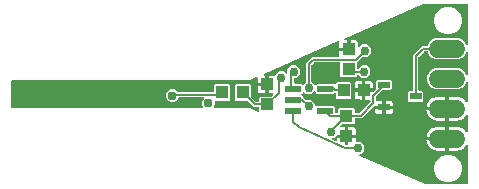
<source format=gbr>
G04 EAGLE Gerber RS-274X export*
G75*
%MOMM*%
%FSLAX34Y34*%
%LPD*%
%AMOC8*
5,1,8,0,0,1.08239X$1,22.5*%
G01*
%ADD10R,1.000000X0.600000*%
%ADD11R,1.320800X0.558800*%
%ADD12R,1.000000X1.100000*%
%ADD13R,1.100000X1.000000*%
%ADD14R,1.080000X1.050000*%
%ADD15C,1.524000*%
%ADD16R,1.050000X1.080000*%
%ADD17C,0.787400*%
%ADD18C,0.152400*%
%ADD19C,0.756400*%

G36*
X184932Y-63750D02*
X184932Y-63750D01*
X184951Y-63752D01*
X185053Y-63730D01*
X185155Y-63714D01*
X185172Y-63704D01*
X185192Y-63700D01*
X185281Y-63647D01*
X185372Y-63598D01*
X185386Y-63584D01*
X185403Y-63574D01*
X185470Y-63495D01*
X185542Y-63420D01*
X185550Y-63402D01*
X185563Y-63387D01*
X185602Y-63291D01*
X185645Y-63197D01*
X185647Y-63177D01*
X185655Y-63159D01*
X185673Y-62992D01*
X185673Y-30914D01*
X185672Y-30906D01*
X185673Y-30898D01*
X185652Y-30785D01*
X185634Y-30671D01*
X185630Y-30664D01*
X185628Y-30657D01*
X185572Y-30556D01*
X185518Y-30454D01*
X185513Y-30449D01*
X185509Y-30442D01*
X185424Y-30364D01*
X185340Y-30285D01*
X185333Y-30281D01*
X185327Y-30276D01*
X185221Y-30230D01*
X185117Y-30181D01*
X185109Y-30180D01*
X185102Y-30177D01*
X184987Y-30167D01*
X184873Y-30154D01*
X184865Y-30156D01*
X184857Y-30155D01*
X184744Y-30182D01*
X184632Y-30206D01*
X184625Y-30210D01*
X184618Y-30212D01*
X184519Y-30274D01*
X184421Y-30332D01*
X184416Y-30338D01*
X184409Y-30343D01*
X184296Y-30467D01*
X183495Y-31569D01*
X182364Y-32700D01*
X181070Y-33640D01*
X179645Y-34366D01*
X178124Y-34861D01*
X176545Y-35111D01*
X169648Y-35111D01*
X169648Y-25712D01*
X169645Y-25692D01*
X169647Y-25673D01*
X169625Y-25571D01*
X169608Y-25469D01*
X169599Y-25452D01*
X169595Y-25432D01*
X169542Y-25343D01*
X169493Y-25252D01*
X169479Y-25238D01*
X169469Y-25221D01*
X169390Y-25154D01*
X169315Y-25083D01*
X169297Y-25074D01*
X169282Y-25061D01*
X169186Y-25023D01*
X169092Y-24979D01*
X169072Y-24977D01*
X169054Y-24969D01*
X168887Y-24951D01*
X168124Y-24951D01*
X168124Y-24949D01*
X168887Y-24949D01*
X168907Y-24946D01*
X168926Y-24948D01*
X169028Y-24926D01*
X169130Y-24909D01*
X169147Y-24900D01*
X169167Y-24896D01*
X169256Y-24843D01*
X169347Y-24794D01*
X169361Y-24780D01*
X169378Y-24770D01*
X169445Y-24691D01*
X169516Y-24616D01*
X169525Y-24598D01*
X169538Y-24583D01*
X169577Y-24487D01*
X169620Y-24393D01*
X169622Y-24373D01*
X169630Y-24355D01*
X169648Y-24188D01*
X169648Y-14789D01*
X176545Y-14789D01*
X178124Y-15039D01*
X179645Y-15534D01*
X181070Y-16260D01*
X182364Y-17200D01*
X183495Y-18331D01*
X184296Y-19433D01*
X184302Y-19439D01*
X184306Y-19446D01*
X184389Y-19525D01*
X184471Y-19606D01*
X184478Y-19610D01*
X184484Y-19615D01*
X184588Y-19664D01*
X184692Y-19714D01*
X184700Y-19716D01*
X184707Y-19719D01*
X184821Y-19732D01*
X184936Y-19747D01*
X184944Y-19745D01*
X184951Y-19746D01*
X185064Y-19722D01*
X185177Y-19699D01*
X185184Y-19695D01*
X185192Y-19694D01*
X185291Y-19635D01*
X185391Y-19578D01*
X185396Y-19572D01*
X185403Y-19568D01*
X185478Y-19480D01*
X185555Y-19394D01*
X185558Y-19387D01*
X185563Y-19381D01*
X185606Y-19274D01*
X185651Y-19168D01*
X185652Y-19160D01*
X185655Y-19152D01*
X185673Y-18986D01*
X185673Y-5514D01*
X185672Y-5506D01*
X185673Y-5498D01*
X185652Y-5385D01*
X185634Y-5271D01*
X185630Y-5264D01*
X185628Y-5257D01*
X185572Y-5156D01*
X185518Y-5054D01*
X185513Y-5049D01*
X185509Y-5042D01*
X185424Y-4964D01*
X185340Y-4885D01*
X185333Y-4881D01*
X185327Y-4876D01*
X185221Y-4830D01*
X185117Y-4781D01*
X185109Y-4780D01*
X185102Y-4777D01*
X184987Y-4767D01*
X184873Y-4754D01*
X184865Y-4756D01*
X184857Y-4755D01*
X184744Y-4782D01*
X184632Y-4806D01*
X184625Y-4810D01*
X184618Y-4812D01*
X184519Y-4874D01*
X184421Y-4932D01*
X184416Y-4938D01*
X184409Y-4943D01*
X184296Y-5067D01*
X183495Y-6169D01*
X182364Y-7300D01*
X181070Y-8240D01*
X179645Y-8966D01*
X178124Y-9461D01*
X176545Y-9711D01*
X169648Y-9711D01*
X169648Y-312D01*
X169645Y-292D01*
X169647Y-273D01*
X169625Y-171D01*
X169608Y-69D01*
X169599Y-52D01*
X169595Y-32D01*
X169542Y57D01*
X169493Y148D01*
X169479Y162D01*
X169469Y179D01*
X169390Y246D01*
X169315Y317D01*
X169297Y326D01*
X169282Y339D01*
X169186Y378D01*
X169092Y421D01*
X169072Y423D01*
X169054Y431D01*
X168887Y449D01*
X168124Y449D01*
X168124Y451D01*
X168887Y451D01*
X168907Y454D01*
X168926Y452D01*
X169028Y474D01*
X169130Y491D01*
X169147Y500D01*
X169167Y504D01*
X169256Y557D01*
X169347Y606D01*
X169361Y620D01*
X169378Y630D01*
X169445Y709D01*
X169516Y784D01*
X169525Y802D01*
X169538Y817D01*
X169576Y913D01*
X169620Y1007D01*
X169622Y1027D01*
X169630Y1045D01*
X169648Y1212D01*
X169648Y10611D01*
X176545Y10611D01*
X178124Y10361D01*
X179645Y9866D01*
X181070Y9140D01*
X182364Y8200D01*
X183495Y7069D01*
X184296Y5967D01*
X184302Y5961D01*
X184306Y5954D01*
X184389Y5875D01*
X184471Y5794D01*
X184478Y5790D01*
X184484Y5785D01*
X184588Y5736D01*
X184692Y5686D01*
X184700Y5684D01*
X184707Y5681D01*
X184821Y5668D01*
X184936Y5653D01*
X184944Y5655D01*
X184951Y5654D01*
X185064Y5678D01*
X185177Y5701D01*
X185184Y5705D01*
X185192Y5706D01*
X185291Y5765D01*
X185391Y5822D01*
X185396Y5828D01*
X185403Y5832D01*
X185478Y5920D01*
X185555Y6006D01*
X185558Y6013D01*
X185563Y6019D01*
X185606Y6126D01*
X185651Y6232D01*
X185652Y6240D01*
X185655Y6248D01*
X185673Y6414D01*
X185673Y22096D01*
X185658Y22192D01*
X185648Y22289D01*
X185638Y22313D01*
X185634Y22338D01*
X185588Y22424D01*
X185548Y22513D01*
X185531Y22533D01*
X185518Y22556D01*
X185448Y22623D01*
X185382Y22694D01*
X185359Y22707D01*
X185340Y22725D01*
X185252Y22766D01*
X185166Y22813D01*
X185141Y22818D01*
X185117Y22829D01*
X185020Y22839D01*
X184924Y22857D01*
X184898Y22853D01*
X184873Y22856D01*
X184777Y22835D01*
X184681Y22821D01*
X184658Y22809D01*
X184632Y22804D01*
X184549Y22754D01*
X184462Y22709D01*
X184443Y22691D01*
X184421Y22677D01*
X184358Y22603D01*
X184290Y22534D01*
X184274Y22505D01*
X184261Y22490D01*
X184249Y22460D01*
X184209Y22387D01*
X183498Y20670D01*
X180925Y18097D01*
X177564Y16705D01*
X158686Y16705D01*
X155325Y18097D01*
X152752Y20670D01*
X151360Y24031D01*
X151360Y27669D01*
X152752Y31030D01*
X155325Y33603D01*
X158686Y34995D01*
X177564Y34995D01*
X180925Y33603D01*
X183498Y31030D01*
X184209Y29313D01*
X184260Y29230D01*
X184306Y29144D01*
X184324Y29126D01*
X184338Y29104D01*
X184414Y29042D01*
X184484Y28975D01*
X184508Y28964D01*
X184528Y28947D01*
X184619Y28912D01*
X184707Y28871D01*
X184733Y28868D01*
X184757Y28859D01*
X184855Y28855D01*
X184951Y28844D01*
X184977Y28850D01*
X185003Y28849D01*
X185097Y28876D01*
X185192Y28896D01*
X185214Y28910D01*
X185239Y28917D01*
X185319Y28973D01*
X185403Y29023D01*
X185420Y29042D01*
X185441Y29057D01*
X185500Y29136D01*
X185563Y29210D01*
X185573Y29234D01*
X185588Y29255D01*
X185618Y29347D01*
X185655Y29438D01*
X185658Y29470D01*
X185664Y29489D01*
X185664Y29522D01*
X185673Y29604D01*
X185673Y47496D01*
X185658Y47592D01*
X185648Y47689D01*
X185638Y47713D01*
X185634Y47738D01*
X185588Y47824D01*
X185548Y47913D01*
X185531Y47933D01*
X185518Y47956D01*
X185448Y48023D01*
X185382Y48094D01*
X185359Y48107D01*
X185340Y48125D01*
X185252Y48166D01*
X185166Y48213D01*
X185141Y48218D01*
X185117Y48229D01*
X185020Y48239D01*
X184924Y48257D01*
X184898Y48253D01*
X184873Y48256D01*
X184777Y48235D01*
X184681Y48221D01*
X184658Y48209D01*
X184632Y48204D01*
X184549Y48154D01*
X184462Y48109D01*
X184443Y48091D01*
X184421Y48077D01*
X184358Y48003D01*
X184290Y47934D01*
X184274Y47905D01*
X184261Y47890D01*
X184249Y47860D01*
X184209Y47787D01*
X183498Y46070D01*
X180925Y43497D01*
X177564Y42105D01*
X158686Y42105D01*
X155325Y43497D01*
X152752Y46070D01*
X151749Y48493D01*
X151687Y48593D01*
X151627Y48693D01*
X151622Y48697D01*
X151619Y48702D01*
X151529Y48777D01*
X151440Y48853D01*
X151434Y48855D01*
X151430Y48859D01*
X151321Y48901D01*
X151212Y48945D01*
X151205Y48946D01*
X151200Y48947D01*
X151182Y48948D01*
X151045Y48963D01*
X149032Y48963D01*
X148942Y48949D01*
X148851Y48941D01*
X148822Y48929D01*
X148790Y48924D01*
X148709Y48881D01*
X148625Y48845D01*
X148593Y48819D01*
X148572Y48808D01*
X148550Y48785D01*
X148494Y48740D01*
X143897Y44143D01*
X143844Y44069D01*
X143785Y44000D01*
X143772Y43970D01*
X143754Y43944D01*
X143727Y43857D01*
X143693Y43772D01*
X143688Y43731D01*
X143681Y43708D01*
X143682Y43676D01*
X143674Y43605D01*
X143674Y16261D01*
X143677Y16241D01*
X143675Y16222D01*
X143697Y16120D01*
X143714Y16018D01*
X143723Y16001D01*
X143728Y15981D01*
X143781Y15892D01*
X143829Y15801D01*
X143843Y15787D01*
X143854Y15770D01*
X143932Y15703D01*
X144007Y15631D01*
X144025Y15623D01*
X144041Y15610D01*
X144137Y15571D01*
X144230Y15528D01*
X144250Y15526D01*
X144269Y15518D01*
X144435Y15500D01*
X147019Y15500D01*
X147912Y14607D01*
X147912Y7343D01*
X147019Y6450D01*
X135756Y6450D01*
X134863Y7343D01*
X134863Y14607D01*
X135756Y15500D01*
X138340Y15500D01*
X138359Y15503D01*
X138379Y15501D01*
X138480Y15523D01*
X138582Y15539D01*
X138600Y15549D01*
X138619Y15553D01*
X138708Y15606D01*
X138800Y15655D01*
X138813Y15669D01*
X138830Y15679D01*
X138898Y15758D01*
X138969Y15833D01*
X138977Y15851D01*
X138990Y15866D01*
X139029Y15962D01*
X139073Y16056D01*
X139075Y16076D01*
X139082Y16094D01*
X139101Y16261D01*
X139101Y45815D01*
X140663Y47377D01*
X145260Y51974D01*
X146823Y53537D01*
X151045Y53537D01*
X151160Y53556D01*
X151276Y53573D01*
X151282Y53575D01*
X151288Y53576D01*
X151391Y53631D01*
X151496Y53684D01*
X151500Y53689D01*
X151505Y53692D01*
X151585Y53776D01*
X151668Y53860D01*
X151671Y53866D01*
X151675Y53870D01*
X151683Y53887D01*
X151749Y54007D01*
X152752Y56430D01*
X155325Y59003D01*
X158686Y60395D01*
X177564Y60395D01*
X180925Y59003D01*
X183498Y56430D01*
X184209Y54713D01*
X184260Y54630D01*
X184306Y54544D01*
X184324Y54526D01*
X184338Y54504D01*
X184414Y54442D01*
X184484Y54375D01*
X184508Y54364D01*
X184528Y54347D01*
X184619Y54312D01*
X184707Y54271D01*
X184733Y54268D01*
X184757Y54259D01*
X184855Y54255D01*
X184951Y54244D01*
X184977Y54250D01*
X185003Y54249D01*
X185097Y54276D01*
X185192Y54296D01*
X185214Y54310D01*
X185239Y54317D01*
X185319Y54373D01*
X185403Y54423D01*
X185420Y54442D01*
X185441Y54457D01*
X185500Y54536D01*
X185563Y54610D01*
X185573Y54634D01*
X185588Y54655D01*
X185618Y54747D01*
X185655Y54838D01*
X185658Y54870D01*
X185664Y54889D01*
X185664Y54922D01*
X185673Y55004D01*
X185673Y88392D01*
X185670Y88412D01*
X185672Y88431D01*
X185650Y88533D01*
X185634Y88635D01*
X185624Y88652D01*
X185620Y88672D01*
X185567Y88761D01*
X185518Y88852D01*
X185504Y88866D01*
X185494Y88883D01*
X185415Y88950D01*
X185340Y89022D01*
X185322Y89030D01*
X185307Y89043D01*
X185211Y89082D01*
X185117Y89125D01*
X185097Y89127D01*
X185079Y89135D01*
X184912Y89153D01*
X147960Y89153D01*
X147888Y89141D01*
X147814Y89139D01*
X147749Y89119D01*
X147718Y89114D01*
X147696Y89102D01*
X147654Y89089D01*
X80721Y59661D01*
X80646Y59613D01*
X80567Y59571D01*
X80544Y59546D01*
X80515Y59527D01*
X80459Y59457D01*
X80398Y59393D01*
X80383Y59361D01*
X80362Y59334D01*
X80332Y59250D01*
X80294Y59169D01*
X80290Y59135D01*
X80279Y59103D01*
X80277Y59014D01*
X80267Y58925D01*
X80274Y58891D01*
X80274Y58857D01*
X80300Y58772D01*
X80319Y58685D01*
X80337Y58655D01*
X80347Y58622D01*
X80400Y58550D01*
X80445Y58474D01*
X80472Y58451D01*
X80492Y58423D01*
X80565Y58372D01*
X80632Y58314D01*
X80664Y58301D01*
X80692Y58281D01*
X80778Y58255D01*
X80861Y58222D01*
X80904Y58217D01*
X80928Y58210D01*
X80959Y58211D01*
X81027Y58203D01*
X83152Y58203D01*
X83152Y52186D01*
X76634Y52186D01*
X76634Y55997D01*
X76791Y56582D01*
X76794Y56612D01*
X76804Y56640D01*
X76806Y56733D01*
X76815Y56826D01*
X76809Y56856D01*
X76809Y56886D01*
X76781Y56975D01*
X76761Y57066D01*
X76745Y57092D01*
X76736Y57121D01*
X76681Y57196D01*
X76632Y57276D01*
X76609Y57295D01*
X76591Y57320D01*
X76515Y57374D01*
X76443Y57434D01*
X76415Y57445D01*
X76391Y57462D01*
X76301Y57489D01*
X76214Y57523D01*
X76184Y57525D01*
X76155Y57533D01*
X76062Y57531D01*
X75969Y57535D01*
X75940Y57527D01*
X75909Y57526D01*
X75749Y57476D01*
X13168Y29961D01*
X13093Y29913D01*
X13014Y29871D01*
X12991Y29846D01*
X12962Y29827D01*
X12906Y29757D01*
X12845Y29693D01*
X12830Y29661D01*
X12809Y29634D01*
X12779Y29550D01*
X12741Y29469D01*
X12737Y29435D01*
X12726Y29403D01*
X12724Y29314D01*
X12714Y29225D01*
X12721Y29191D01*
X12721Y29157D01*
X12747Y29072D01*
X12766Y28985D01*
X12784Y28955D01*
X12794Y28922D01*
X12847Y28850D01*
X12892Y28774D01*
X12919Y28751D01*
X12939Y28723D01*
X13012Y28672D01*
X13079Y28614D01*
X13111Y28601D01*
X13139Y28581D01*
X13225Y28555D01*
X13308Y28522D01*
X13351Y28517D01*
X13375Y28510D01*
X13406Y28511D01*
X13474Y28503D01*
X14139Y28503D01*
X14139Y22486D01*
X7622Y22486D01*
X7622Y26357D01*
X7613Y26410D01*
X7614Y26464D01*
X7593Y26531D01*
X7582Y26599D01*
X7557Y26647D01*
X7541Y26699D01*
X7500Y26755D01*
X7467Y26817D01*
X7428Y26854D01*
X7396Y26898D01*
X7339Y26938D01*
X7289Y26986D01*
X7240Y27009D01*
X7195Y27040D01*
X7129Y27060D01*
X7066Y27090D01*
X7012Y27096D01*
X6960Y27111D01*
X6890Y27109D01*
X6821Y27117D01*
X6768Y27105D01*
X6714Y27104D01*
X6609Y27071D01*
X6581Y27065D01*
X6571Y27059D01*
X6554Y27054D01*
X1444Y24807D01*
X1396Y24776D01*
X1343Y24753D01*
X1264Y24690D01*
X1238Y24673D01*
X1229Y24662D01*
X1212Y24648D01*
X947Y24383D01*
X640Y24383D01*
X568Y24371D01*
X494Y24369D01*
X429Y24349D01*
X398Y24344D01*
X376Y24332D01*
X334Y24319D01*
X53Y24195D01*
X-296Y24331D01*
X-352Y24343D01*
X-406Y24365D01*
X-506Y24376D01*
X-537Y24382D01*
X-550Y24381D01*
X-572Y24383D01*
X-200152Y24383D01*
X-200172Y24380D01*
X-200191Y24382D01*
X-200293Y24360D01*
X-200395Y24344D01*
X-200412Y24334D01*
X-200432Y24330D01*
X-200521Y24277D01*
X-200612Y24228D01*
X-200626Y24214D01*
X-200643Y24204D01*
X-200710Y24125D01*
X-200782Y24050D01*
X-200790Y24032D01*
X-200803Y24017D01*
X-200842Y23921D01*
X-200885Y23827D01*
X-200887Y23807D01*
X-200895Y23789D01*
X-200913Y23622D01*
X-200913Y1778D01*
X-200910Y1758D01*
X-200912Y1739D01*
X-200890Y1637D01*
X-200874Y1535D01*
X-200864Y1518D01*
X-200860Y1498D01*
X-200807Y1409D01*
X-200758Y1318D01*
X-200744Y1304D01*
X-200734Y1287D01*
X-200655Y1220D01*
X-200580Y1148D01*
X-200562Y1140D01*
X-200547Y1127D01*
X-200451Y1088D01*
X-200357Y1045D01*
X-200337Y1043D01*
X-200319Y1035D01*
X-200152Y1017D01*
X-39658Y1017D01*
X-39613Y1024D01*
X-39567Y1022D01*
X-39492Y1044D01*
X-39415Y1056D01*
X-39375Y1078D01*
X-39331Y1091D01*
X-39267Y1135D01*
X-39198Y1172D01*
X-39166Y1205D01*
X-39129Y1231D01*
X-39082Y1294D01*
X-39028Y1350D01*
X-39009Y1392D01*
X-38982Y1428D01*
X-38958Y1502D01*
X-38925Y1573D01*
X-38920Y1619D01*
X-38906Y1662D01*
X-38906Y1740D01*
X-38898Y1817D01*
X-38908Y1862D01*
X-38908Y1908D01*
X-38946Y2040D01*
X-38950Y2058D01*
X-38953Y2062D01*
X-38955Y2069D01*
X-39752Y3994D01*
X-39752Y6166D01*
X-38920Y8174D01*
X-38262Y8832D01*
X-38220Y8890D01*
X-38171Y8942D01*
X-38149Y8989D01*
X-38119Y9031D01*
X-38098Y9100D01*
X-38067Y9165D01*
X-38062Y9217D01*
X-38046Y9267D01*
X-38048Y9338D01*
X-38040Y9409D01*
X-38051Y9460D01*
X-38053Y9512D01*
X-38077Y9580D01*
X-38093Y9650D01*
X-38119Y9695D01*
X-38137Y9743D01*
X-38182Y9799D01*
X-38219Y9861D01*
X-38258Y9895D01*
X-38291Y9935D01*
X-38351Y9974D01*
X-38406Y10021D01*
X-38454Y10040D01*
X-38498Y10068D01*
X-38567Y10086D01*
X-38634Y10113D01*
X-38705Y10121D01*
X-38736Y10129D01*
X-38760Y10127D01*
X-38801Y10131D01*
X-58888Y10131D01*
X-59002Y10112D01*
X-59119Y10095D01*
X-59124Y10093D01*
X-59130Y10092D01*
X-59233Y10037D01*
X-59338Y9984D01*
X-59342Y9979D01*
X-59348Y9976D01*
X-59428Y9892D01*
X-59510Y9808D01*
X-59514Y9802D01*
X-59517Y9798D01*
X-59525Y9781D01*
X-59591Y9661D01*
X-60140Y8336D01*
X-61676Y6800D01*
X-63684Y5968D01*
X-65856Y5968D01*
X-67864Y6800D01*
X-69400Y8336D01*
X-70232Y10344D01*
X-70232Y12516D01*
X-69400Y14524D01*
X-67864Y16060D01*
X-65856Y16892D01*
X-63684Y16892D01*
X-61676Y16060D01*
X-60544Y14928D01*
X-60470Y14875D01*
X-60400Y14815D01*
X-60370Y14803D01*
X-60344Y14784D01*
X-60257Y14757D01*
X-60172Y14723D01*
X-60131Y14719D01*
X-60109Y14712D01*
X-60077Y14713D01*
X-60005Y14705D01*
X-29913Y14705D01*
X-29894Y14708D01*
X-29874Y14706D01*
X-29773Y14728D01*
X-29671Y14744D01*
X-29653Y14754D01*
X-29634Y14758D01*
X-29545Y14811D01*
X-29453Y14860D01*
X-29440Y14874D01*
X-29423Y14884D01*
X-29355Y14963D01*
X-29284Y15038D01*
X-29276Y15056D01*
X-29263Y15071D01*
X-29224Y15167D01*
X-29180Y15261D01*
X-29178Y15281D01*
X-29171Y15299D01*
X-29152Y15466D01*
X-29152Y20154D01*
X-28259Y21047D01*
X-16496Y21047D01*
X-15603Y20154D01*
X-15603Y8091D01*
X-16496Y7198D01*
X-28116Y7198D01*
X-28162Y7190D01*
X-28207Y7192D01*
X-28282Y7171D01*
X-28359Y7158D01*
X-28400Y7137D01*
X-28444Y7124D01*
X-28508Y7079D01*
X-28576Y7043D01*
X-28608Y7010D01*
X-28646Y6983D01*
X-28692Y6921D01*
X-28746Y6865D01*
X-28765Y6823D01*
X-28792Y6786D01*
X-28817Y6712D01*
X-28849Y6642D01*
X-28854Y6596D01*
X-28869Y6552D01*
X-28868Y6474D01*
X-28876Y6397D01*
X-28867Y6352D01*
X-28866Y6306D01*
X-28828Y6175D01*
X-28828Y3994D01*
X-29625Y2069D01*
X-29636Y2025D01*
X-29655Y1983D01*
X-29664Y1906D01*
X-29681Y1830D01*
X-29677Y1784D01*
X-29682Y1739D01*
X-29666Y1662D01*
X-29658Y1585D01*
X-29640Y1543D01*
X-29630Y1498D01*
X-29590Y1431D01*
X-29558Y1360D01*
X-29527Y1326D01*
X-29504Y1287D01*
X-29445Y1236D01*
X-29392Y1179D01*
X-29352Y1157D01*
X-29317Y1127D01*
X-29245Y1098D01*
X-29176Y1061D01*
X-29131Y1052D01*
X-29089Y1035D01*
X-28953Y1020D01*
X-28934Y1017D01*
X-28929Y1018D01*
X-28922Y1017D01*
X-577Y1017D01*
X-519Y1026D01*
X-461Y1026D01*
X-366Y1051D01*
X-334Y1056D01*
X-322Y1063D01*
X-299Y1069D01*
X45Y1205D01*
X331Y1080D01*
X401Y1062D01*
X469Y1035D01*
X539Y1027D01*
X570Y1020D01*
X593Y1021D01*
X635Y1017D01*
X947Y1017D01*
X1209Y755D01*
X1256Y721D01*
X1297Y679D01*
X1383Y630D01*
X1409Y612D01*
X1422Y607D01*
X1443Y596D01*
X7572Y-2076D01*
X7624Y-2089D01*
X7672Y-2112D01*
X7742Y-2119D01*
X7811Y-2137D01*
X7863Y-2133D01*
X7916Y-2139D01*
X7985Y-2124D01*
X8056Y-2118D01*
X8105Y-2098D01*
X8156Y-2086D01*
X8217Y-2050D01*
X8283Y-2022D01*
X8322Y-1987D01*
X8367Y-1960D01*
X8414Y-1906D01*
X8467Y-1859D01*
X8493Y-1814D01*
X8527Y-1773D01*
X8554Y-1707D01*
X8589Y-1646D01*
X8599Y-1594D01*
X8619Y-1545D01*
X8632Y-1432D01*
X8637Y-1405D01*
X8636Y-1395D01*
X8638Y-1378D01*
X8638Y915D01*
X8635Y934D01*
X8637Y954D01*
X8615Y1055D01*
X8598Y1157D01*
X8589Y1175D01*
X8584Y1194D01*
X8531Y1283D01*
X8483Y1375D01*
X8469Y1388D01*
X8458Y1405D01*
X8380Y1473D01*
X8305Y1544D01*
X8287Y1552D01*
X8271Y1565D01*
X8175Y1604D01*
X8082Y1648D01*
X8062Y1650D01*
X8043Y1657D01*
X7877Y1676D01*
X4335Y1676D01*
X2773Y3238D01*
X-964Y6975D01*
X-1038Y7028D01*
X-1107Y7087D01*
X-1137Y7099D01*
X-1163Y7118D01*
X-1250Y7145D01*
X-1335Y7179D01*
X-1376Y7184D01*
X-1399Y7191D01*
X-1431Y7190D01*
X-1502Y7198D01*
X-10759Y7198D01*
X-11652Y8091D01*
X-11652Y20154D01*
X-10759Y21047D01*
X1004Y21047D01*
X1897Y20154D01*
X1897Y10897D01*
X1912Y10807D01*
X1919Y10716D01*
X1932Y10686D01*
X1937Y10654D01*
X1980Y10574D01*
X2015Y10490D01*
X2041Y10458D01*
X2052Y10437D01*
X2075Y10415D01*
X2120Y10359D01*
X6007Y6472D01*
X6081Y6419D01*
X6150Y6360D01*
X6180Y6347D01*
X6206Y6329D01*
X6293Y6302D01*
X6378Y6268D01*
X6419Y6263D01*
X6442Y6256D01*
X6474Y6257D01*
X6545Y6249D01*
X7877Y6249D01*
X7896Y6252D01*
X7916Y6250D01*
X8017Y6272D01*
X8119Y6289D01*
X8137Y6298D01*
X8156Y6303D01*
X8245Y6356D01*
X8337Y6404D01*
X8350Y6418D01*
X8367Y6429D01*
X8435Y6507D01*
X8506Y6582D01*
X8514Y6600D01*
X8527Y6616D01*
X8566Y6712D01*
X8610Y6805D01*
X8612Y6825D01*
X8619Y6844D01*
X8638Y7010D01*
X8638Y9594D01*
X9531Y10487D01*
X18638Y10487D01*
X18728Y10502D01*
X18819Y10509D01*
X18849Y10522D01*
X18881Y10527D01*
X18961Y10570D01*
X19045Y10605D01*
X19077Y10631D01*
X19098Y10642D01*
X19120Y10665D01*
X19176Y10710D01*
X20588Y12122D01*
X20630Y12180D01*
X20680Y12232D01*
X20701Y12280D01*
X20732Y12322D01*
X20753Y12390D01*
X20783Y12456D01*
X20789Y12507D01*
X20804Y12557D01*
X20802Y12629D01*
X20810Y12700D01*
X20799Y12751D01*
X20798Y12803D01*
X20773Y12870D01*
X20758Y12940D01*
X20731Y12985D01*
X20713Y13034D01*
X20669Y13090D01*
X20632Y13151D01*
X20592Y13185D01*
X20560Y13226D01*
X20499Y13265D01*
X20445Y13311D01*
X20397Y13331D01*
X20353Y13359D01*
X20283Y13376D01*
X20217Y13403D01*
X20145Y13411D01*
X20114Y13419D01*
X20091Y13417D01*
X20050Y13422D01*
X17186Y13422D01*
X17186Y20200D01*
X17182Y20220D01*
X17185Y20240D01*
X17163Y20341D01*
X17146Y20443D01*
X17137Y20461D01*
X17132Y20480D01*
X17079Y20569D01*
X17031Y20661D01*
X17016Y20674D01*
X17006Y20691D01*
X16927Y20759D01*
X16852Y20830D01*
X16834Y20838D01*
X16819Y20851D01*
X16723Y20890D01*
X16629Y20934D01*
X16610Y20936D01*
X16591Y20943D01*
X16424Y20962D01*
X15662Y20962D01*
X15662Y20963D01*
X16424Y20963D01*
X16444Y20967D01*
X16464Y20964D01*
X16565Y20986D01*
X16667Y21003D01*
X16685Y21012D01*
X16704Y21017D01*
X16793Y21070D01*
X16885Y21118D01*
X16898Y21133D01*
X16915Y21143D01*
X16983Y21222D01*
X17054Y21297D01*
X17062Y21315D01*
X17075Y21330D01*
X17114Y21426D01*
X17158Y21520D01*
X17160Y21539D01*
X17167Y21558D01*
X17186Y21725D01*
X17186Y28503D01*
X21497Y28503D01*
X21522Y28497D01*
X21589Y28490D01*
X21655Y28473D01*
X21711Y28478D01*
X21767Y28472D01*
X21833Y28487D01*
X21900Y28492D01*
X21952Y28514D01*
X22006Y28527D01*
X22064Y28562D01*
X22126Y28589D01*
X22188Y28638D01*
X22216Y28655D01*
X22229Y28671D01*
X22257Y28694D01*
X25540Y31977D01*
X29937Y31977D01*
X31494Y30420D01*
X31552Y30378D01*
X31604Y30328D01*
X31651Y30306D01*
X31693Y30276D01*
X31762Y30255D01*
X31827Y30225D01*
X31879Y30219D01*
X31929Y30204D01*
X32000Y30206D01*
X32071Y30198D01*
X32122Y30209D01*
X32174Y30210D01*
X32242Y30235D01*
X32312Y30250D01*
X32357Y30277D01*
X32405Y30295D01*
X32461Y30339D01*
X32523Y30376D01*
X32557Y30416D01*
X32597Y30448D01*
X32636Y30509D01*
X32683Y30563D01*
X32702Y30611D01*
X32730Y30655D01*
X32748Y30725D01*
X32775Y30791D01*
X32783Y30863D01*
X32791Y30894D01*
X32789Y30917D01*
X32793Y30958D01*
X32793Y33948D01*
X35902Y37057D01*
X40298Y37057D01*
X43407Y33948D01*
X43407Y29552D01*
X40298Y26443D01*
X39174Y26443D01*
X39155Y26440D01*
X39135Y26442D01*
X39034Y26420D01*
X38932Y26404D01*
X38914Y26394D01*
X38895Y26390D01*
X38806Y26337D01*
X38714Y26288D01*
X38701Y26274D01*
X38684Y26264D01*
X38616Y26185D01*
X38545Y26110D01*
X38537Y26092D01*
X38524Y26077D01*
X38485Y25981D01*
X38441Y25887D01*
X38439Y25867D01*
X38432Y25849D01*
X38413Y25682D01*
X38413Y22428D01*
X38416Y22408D01*
X38414Y22389D01*
X38436Y22287D01*
X38453Y22185D01*
X38462Y22168D01*
X38467Y22148D01*
X38520Y22059D01*
X38568Y21968D01*
X38582Y21954D01*
X38593Y21937D01*
X38671Y21870D01*
X38746Y21798D01*
X38764Y21790D01*
X38780Y21777D01*
X38876Y21738D01*
X38969Y21695D01*
X38989Y21693D01*
X39008Y21685D01*
X39174Y21667D01*
X44632Y21667D01*
X45369Y20930D01*
X45385Y20918D01*
X45397Y20903D01*
X45485Y20847D01*
X45568Y20787D01*
X45587Y20781D01*
X45604Y20770D01*
X45705Y20745D01*
X45804Y20714D01*
X45823Y20715D01*
X45843Y20710D01*
X45946Y20718D01*
X46049Y20721D01*
X46068Y20727D01*
X46088Y20729D01*
X46183Y20769D01*
X46280Y20805D01*
X46296Y20818D01*
X46314Y20825D01*
X46445Y20930D01*
X48290Y22775D01*
X48343Y22849D01*
X48403Y22919D01*
X48415Y22949D01*
X48434Y22975D01*
X48461Y23062D01*
X48495Y23147D01*
X48499Y23188D01*
X48506Y23210D01*
X48505Y23242D01*
X48513Y23313D01*
X48513Y39047D01*
X53663Y44197D01*
X75945Y44197D01*
X76062Y44216D01*
X76180Y44234D01*
X76184Y44236D01*
X76188Y44236D01*
X76292Y44292D01*
X76399Y44347D01*
X76402Y44350D01*
X76405Y44352D01*
X76487Y44437D01*
X76570Y44523D01*
X76572Y44527D01*
X76575Y44530D01*
X76625Y44637D01*
X76676Y44745D01*
X76677Y44749D01*
X76678Y44753D01*
X76692Y44871D01*
X76706Y44989D01*
X76705Y44994D01*
X76706Y44997D01*
X76703Y45011D01*
X76681Y45155D01*
X76634Y45328D01*
X76634Y49139D01*
X83913Y49139D01*
X83933Y49143D01*
X83952Y49140D01*
X84054Y49162D01*
X84156Y49179D01*
X84173Y49188D01*
X84193Y49193D01*
X84282Y49246D01*
X84373Y49294D01*
X84387Y49309D01*
X84404Y49319D01*
X84471Y49397D01*
X84542Y49472D01*
X84551Y49491D01*
X84564Y49506D01*
X84603Y49602D01*
X84646Y49696D01*
X84648Y49715D01*
X84656Y49734D01*
X84674Y49901D01*
X84674Y50663D01*
X85437Y50663D01*
X85457Y50667D01*
X85476Y50664D01*
X85578Y50686D01*
X85680Y50703D01*
X85697Y50712D01*
X85717Y50717D01*
X85806Y50770D01*
X85897Y50818D01*
X85911Y50833D01*
X85928Y50843D01*
X85995Y50922D01*
X86066Y50997D01*
X86075Y51015D01*
X86088Y51030D01*
X86127Y51126D01*
X86170Y51220D01*
X86172Y51239D01*
X86180Y51258D01*
X86198Y51425D01*
X86198Y58203D01*
X90509Y58203D01*
X91156Y58030D01*
X91735Y57696D01*
X92208Y57223D01*
X92543Y56643D01*
X92716Y55997D01*
X92716Y53519D01*
X92727Y53449D01*
X92729Y53377D01*
X92747Y53328D01*
X92755Y53277D01*
X92789Y53213D01*
X92814Y53146D01*
X92846Y53105D01*
X92871Y53059D01*
X92923Y53010D01*
X92967Y52954D01*
X93011Y52926D01*
X93049Y52890D01*
X93114Y52860D01*
X93174Y52821D01*
X93225Y52808D01*
X93272Y52786D01*
X93343Y52778D01*
X93413Y52761D01*
X93465Y52765D01*
X93516Y52759D01*
X93587Y52774D01*
X93658Y52780D01*
X93706Y52800D01*
X93757Y52811D01*
X93818Y52848D01*
X93884Y52876D01*
X93940Y52921D01*
X93968Y52938D01*
X93983Y52955D01*
X94015Y52981D01*
X95871Y54837D01*
X100267Y54837D01*
X103376Y51728D01*
X103376Y47332D01*
X100267Y44223D01*
X96312Y44223D01*
X96221Y44209D01*
X96131Y44201D01*
X96101Y44189D01*
X96069Y44184D01*
X95988Y44141D01*
X95904Y44105D01*
X95872Y44079D01*
X95851Y44068D01*
X95829Y44045D01*
X95773Y44000D01*
X91922Y40149D01*
X91910Y40133D01*
X91894Y40120D01*
X91850Y40051D01*
X91810Y40004D01*
X91800Y39980D01*
X91778Y39949D01*
X91772Y39930D01*
X91761Y39913D01*
X91741Y39834D01*
X91718Y39776D01*
X91714Y39742D01*
X91706Y39714D01*
X91706Y39694D01*
X91701Y39675D01*
X91704Y39645D01*
X91700Y39609D01*
X91700Y35002D01*
X91711Y34932D01*
X91713Y34860D01*
X91731Y34811D01*
X91739Y34760D01*
X91773Y34696D01*
X91798Y34629D01*
X91830Y34588D01*
X91855Y34542D01*
X91907Y34493D01*
X91951Y34437D01*
X91995Y34409D01*
X92033Y34373D01*
X92098Y34343D01*
X92158Y34304D01*
X92209Y34291D01*
X92256Y34269D01*
X92327Y34261D01*
X92397Y34244D01*
X92449Y34248D01*
X92500Y34242D01*
X92571Y34257D01*
X92642Y34263D01*
X92690Y34283D01*
X92741Y34294D01*
X92802Y34331D01*
X92868Y34359D01*
X92924Y34404D01*
X92952Y34421D01*
X92967Y34438D01*
X92999Y34464D01*
X95592Y37057D01*
X99988Y37057D01*
X103097Y33948D01*
X103097Y29552D01*
X99988Y26443D01*
X95592Y26443D01*
X92999Y29036D01*
X92941Y29078D01*
X92889Y29127D01*
X92842Y29149D01*
X92800Y29179D01*
X92731Y29201D01*
X92666Y29231D01*
X92614Y29236D01*
X92564Y29252D01*
X92493Y29250D01*
X92422Y29258D01*
X92371Y29247D01*
X92319Y29245D01*
X92251Y29221D01*
X92181Y29206D01*
X92136Y29179D01*
X92088Y29161D01*
X92032Y29116D01*
X91970Y29079D01*
X91936Y29040D01*
X91896Y29007D01*
X91857Y28947D01*
X91810Y28892D01*
X91791Y28844D01*
X91763Y28800D01*
X91745Y28731D01*
X91718Y28664D01*
X91710Y28593D01*
X91702Y28562D01*
X91704Y28539D01*
X91700Y28498D01*
X91700Y28031D01*
X90807Y27138D01*
X78543Y27138D01*
X77650Y28031D01*
X77650Y38862D01*
X77647Y38882D01*
X77649Y38901D01*
X77627Y39003D01*
X77611Y39105D01*
X77601Y39122D01*
X77597Y39142D01*
X77544Y39231D01*
X77495Y39322D01*
X77481Y39336D01*
X77471Y39353D01*
X77392Y39420D01*
X77317Y39492D01*
X77299Y39500D01*
X77284Y39513D01*
X77188Y39552D01*
X77094Y39595D01*
X77074Y39597D01*
X77056Y39605D01*
X76889Y39623D01*
X55873Y39623D01*
X55782Y39609D01*
X55692Y39601D01*
X55662Y39589D01*
X55630Y39584D01*
X55549Y39541D01*
X55465Y39505D01*
X55433Y39479D01*
X55412Y39468D01*
X55390Y39445D01*
X55334Y39400D01*
X53310Y37376D01*
X53257Y37302D01*
X53197Y37232D01*
X53185Y37202D01*
X53166Y37176D01*
X53139Y37089D01*
X53105Y37004D01*
X53101Y36963D01*
X53094Y36941D01*
X53095Y36909D01*
X53087Y36837D01*
X53087Y23313D01*
X53101Y23223D01*
X53109Y23132D01*
X53121Y23103D01*
X53126Y23071D01*
X53169Y22990D01*
X53205Y22906D01*
X53231Y22874D01*
X53242Y22853D01*
X53265Y22831D01*
X53310Y22775D01*
X55467Y20618D01*
X55483Y20606D01*
X55496Y20590D01*
X55583Y20534D01*
X55667Y20474D01*
X55686Y20468D01*
X55703Y20457D01*
X55803Y20432D01*
X55902Y20402D01*
X55922Y20402D01*
X55941Y20397D01*
X56044Y20405D01*
X56148Y20408D01*
X56167Y20415D01*
X56187Y20416D01*
X56281Y20457D01*
X56379Y20493D01*
X56395Y20505D01*
X56413Y20513D01*
X56544Y20618D01*
X57593Y21667D01*
X72064Y21667D01*
X72513Y21218D01*
X72572Y21176D01*
X72623Y21126D01*
X72671Y21104D01*
X72713Y21074D01*
X72781Y21053D01*
X72847Y21023D01*
X72898Y21017D01*
X72948Y21002D01*
X73020Y21004D01*
X73091Y20996D01*
X73142Y21007D01*
X73194Y21008D01*
X73261Y21033D01*
X73331Y21048D01*
X73376Y21075D01*
X73425Y21092D01*
X73481Y21137D01*
X73542Y21174D01*
X73576Y21214D01*
X73617Y21246D01*
X73656Y21306D01*
X73702Y21361D01*
X73722Y21409D01*
X73750Y21453D01*
X73767Y21523D01*
X73794Y21589D01*
X73802Y21660D01*
X73810Y21692D01*
X73808Y21715D01*
X73813Y21756D01*
X73813Y22152D01*
X74706Y23045D01*
X85969Y23045D01*
X86862Y22152D01*
X86862Y9888D01*
X85969Y8995D01*
X74706Y8995D01*
X73813Y9888D01*
X73813Y12940D01*
X73801Y13011D01*
X73799Y13083D01*
X73781Y13132D01*
X73773Y13183D01*
X73740Y13246D01*
X73715Y13314D01*
X73682Y13354D01*
X73658Y13400D01*
X73606Y13450D01*
X73561Y13506D01*
X73517Y13534D01*
X73480Y13570D01*
X73415Y13600D01*
X73354Y13639D01*
X73304Y13651D01*
X73257Y13673D01*
X73185Y13681D01*
X73116Y13699D01*
X73064Y13695D01*
X73012Y13700D01*
X72942Y13685D01*
X72871Y13680D01*
X72823Y13659D01*
X72772Y13648D01*
X72710Y13611D01*
X72644Y13583D01*
X72588Y13538D01*
X72561Y13522D01*
X72545Y13504D01*
X72513Y13478D01*
X72064Y13029D01*
X57593Y13029D01*
X56700Y13922D01*
X56700Y14337D01*
X56688Y14408D01*
X56686Y14480D01*
X56668Y14529D01*
X56660Y14580D01*
X56626Y14643D01*
X56602Y14711D01*
X56569Y14751D01*
X56545Y14797D01*
X56493Y14847D01*
X56448Y14903D01*
X56404Y14931D01*
X56367Y14967D01*
X56302Y14997D01*
X56241Y15036D01*
X56191Y15048D01*
X56144Y15070D01*
X56072Y15078D01*
X56003Y15096D01*
X55951Y15092D01*
X55899Y15097D01*
X55829Y15082D01*
X55758Y15077D01*
X55710Y15056D01*
X55659Y15045D01*
X55597Y15008D01*
X55531Y14980D01*
X55475Y14935D01*
X55448Y14919D01*
X55432Y14901D01*
X55400Y14875D01*
X52998Y12473D01*
X48602Y12473D01*
X46825Y14250D01*
X46767Y14292D01*
X46715Y14342D01*
X46667Y14364D01*
X46625Y14394D01*
X46557Y14415D01*
X46491Y14445D01*
X46440Y14451D01*
X46390Y14466D01*
X46318Y14464D01*
X46247Y14472D01*
X46196Y14461D01*
X46144Y14460D01*
X46077Y14435D01*
X46007Y14420D01*
X45962Y14393D01*
X45913Y14375D01*
X45857Y14331D01*
X45796Y14294D01*
X45762Y14254D01*
X45721Y14222D01*
X45682Y14161D01*
X45636Y14107D01*
X45616Y14059D01*
X45588Y14015D01*
X45578Y13975D01*
X44790Y13187D01*
X44778Y13171D01*
X44763Y13159D01*
X44707Y13071D01*
X44647Y12988D01*
X44641Y12969D01*
X44630Y12952D01*
X44605Y12851D01*
X44574Y12752D01*
X44575Y12733D01*
X44570Y12713D01*
X44578Y12610D01*
X44581Y12507D01*
X44587Y12488D01*
X44589Y12468D01*
X44629Y12373D01*
X44665Y12276D01*
X44677Y12260D01*
X44685Y12242D01*
X44790Y12111D01*
X45525Y11376D01*
X45525Y10998D01*
X45528Y10978D01*
X45526Y10959D01*
X45548Y10857D01*
X45565Y10755D01*
X45574Y10738D01*
X45579Y10718D01*
X45632Y10629D01*
X45680Y10538D01*
X45694Y10524D01*
X45705Y10507D01*
X45783Y10440D01*
X45858Y10368D01*
X45876Y10360D01*
X45892Y10347D01*
X45988Y10308D01*
X46081Y10265D01*
X46101Y10263D01*
X46120Y10255D01*
X46286Y10237D01*
X46337Y10237D01*
X48504Y8070D01*
X48578Y8017D01*
X48648Y7957D01*
X48678Y7945D01*
X48704Y7926D01*
X48791Y7899D01*
X48876Y7865D01*
X48917Y7861D01*
X48939Y7854D01*
X48971Y7855D01*
X49043Y7847D01*
X52998Y7847D01*
X56107Y4738D01*
X56107Y3222D01*
X56109Y3208D01*
X56108Y3197D01*
X56118Y3148D01*
X56120Y3080D01*
X56138Y3031D01*
X56146Y2980D01*
X56180Y2916D01*
X56205Y2849D01*
X56237Y2808D01*
X56262Y2762D01*
X56313Y2713D01*
X56358Y2657D01*
X56402Y2629D01*
X56440Y2593D01*
X56505Y2563D01*
X56565Y2524D01*
X56616Y2511D01*
X56663Y2489D01*
X56734Y2481D01*
X56804Y2464D01*
X56856Y2468D01*
X56907Y2462D01*
X56978Y2477D01*
X57049Y2483D01*
X57097Y2503D01*
X57148Y2514D01*
X57209Y2551D01*
X57275Y2579D01*
X57331Y2624D01*
X57336Y2627D01*
X57343Y2630D01*
X57343Y2631D01*
X57359Y2641D01*
X57374Y2658D01*
X57406Y2684D01*
X57593Y2871D01*
X72064Y2871D01*
X72957Y1978D01*
X72957Y-2497D01*
X72960Y-2517D01*
X72958Y-2536D01*
X72980Y-2638D01*
X72997Y-2740D01*
X73006Y-2757D01*
X73011Y-2777D01*
X73064Y-2866D01*
X73112Y-2957D01*
X73126Y-2971D01*
X73137Y-2988D01*
X73215Y-3055D01*
X73290Y-3127D01*
X73308Y-3135D01*
X73324Y-3148D01*
X73420Y-3187D01*
X73513Y-3230D01*
X73533Y-3232D01*
X73552Y-3240D01*
X73718Y-3258D01*
X75022Y-3258D01*
X75041Y-3255D01*
X75061Y-3257D01*
X75162Y-3235D01*
X75264Y-3219D01*
X75282Y-3209D01*
X75301Y-3205D01*
X75390Y-3152D01*
X75482Y-3103D01*
X75495Y-3089D01*
X75512Y-3079D01*
X75580Y-3000D01*
X75651Y-2925D01*
X75659Y-2907D01*
X75672Y-2892D01*
X75711Y-2796D01*
X75755Y-2702D01*
X75757Y-2682D01*
X75764Y-2664D01*
X75783Y-2497D01*
X75783Y337D01*
X76676Y1230D01*
X88739Y1230D01*
X89632Y337D01*
X89632Y-2497D01*
X89635Y-2517D01*
X89633Y-2536D01*
X89655Y-2638D01*
X89672Y-2740D01*
X89681Y-2757D01*
X89686Y-2777D01*
X89739Y-2866D01*
X89787Y-2957D01*
X89801Y-2971D01*
X89812Y-2988D01*
X89890Y-3055D01*
X89965Y-3127D01*
X89983Y-3135D01*
X89999Y-3148D01*
X90095Y-3187D01*
X90188Y-3230D01*
X90208Y-3232D01*
X90227Y-3240D01*
X90393Y-3258D01*
X93522Y-3258D01*
X93613Y-3244D01*
X93703Y-3236D01*
X93733Y-3224D01*
X93765Y-3219D01*
X93846Y-3176D01*
X93930Y-3140D01*
X93962Y-3114D01*
X93983Y-3103D01*
X94005Y-3080D01*
X94061Y-3035D01*
X102900Y5804D01*
X102953Y5878D01*
X103013Y5948D01*
X103025Y5978D01*
X103044Y6004D01*
X103071Y6091D01*
X103105Y6176D01*
X103109Y6217D01*
X103116Y6239D01*
X103115Y6271D01*
X103123Y6343D01*
X103123Y7218D01*
X103120Y7238D01*
X103122Y7257D01*
X103100Y7359D01*
X103084Y7461D01*
X103074Y7478D01*
X103070Y7498D01*
X103017Y7587D01*
X102968Y7678D01*
X102954Y7692D01*
X102944Y7709D01*
X102865Y7776D01*
X102790Y7848D01*
X102772Y7856D01*
X102757Y7869D01*
X102661Y7908D01*
X102567Y7951D01*
X102547Y7953D01*
X102529Y7961D01*
X102362Y7979D01*
X98861Y7979D01*
X98861Y14497D01*
X104860Y14497D01*
X104950Y14512D01*
X105041Y14519D01*
X105071Y14531D01*
X105103Y14537D01*
X105183Y14579D01*
X105267Y14615D01*
X105299Y14641D01*
X105320Y14652D01*
X105342Y14675D01*
X105398Y14720D01*
X107640Y16961D01*
X107693Y17035D01*
X107752Y17105D01*
X107765Y17135D01*
X107783Y17161D01*
X107810Y17248D01*
X107844Y17333D01*
X107849Y17374D01*
X107856Y17396D01*
X107855Y17428D01*
X107863Y17500D01*
X107863Y24107D01*
X108756Y25000D01*
X120019Y25000D01*
X120912Y24107D01*
X120912Y16843D01*
X120019Y15950D01*
X113412Y15950D01*
X113322Y15936D01*
X113231Y15928D01*
X113201Y15916D01*
X113169Y15911D01*
X113089Y15868D01*
X113005Y15832D01*
X112973Y15806D01*
X112952Y15795D01*
X112930Y15772D01*
X112874Y15727D01*
X107920Y10773D01*
X107867Y10699D01*
X107807Y10630D01*
X107795Y10600D01*
X107776Y10574D01*
X107749Y10487D01*
X107715Y10402D01*
X107711Y10361D01*
X107704Y10338D01*
X107705Y10306D01*
X107697Y10235D01*
X107697Y7644D01*
X107716Y7526D01*
X107734Y7409D01*
X107736Y7406D01*
X107736Y7402D01*
X107792Y7297D01*
X107847Y7191D01*
X107850Y7188D01*
X107852Y7184D01*
X107937Y7103D01*
X108023Y7020D01*
X108027Y7018D01*
X108030Y7015D01*
X108137Y6965D01*
X108245Y6914D01*
X108249Y6913D01*
X108253Y6911D01*
X108371Y6898D01*
X108489Y6884D01*
X108494Y6885D01*
X108497Y6884D01*
X108511Y6887D01*
X108655Y6909D01*
X109053Y7016D01*
X112888Y7016D01*
X112888Y2974D01*
X106854Y2974D01*
X106763Y2960D01*
X106673Y2952D01*
X106643Y2940D01*
X106611Y2935D01*
X106530Y2892D01*
X106446Y2856D01*
X106414Y2830D01*
X106393Y2819D01*
X106371Y2796D01*
X106315Y2751D01*
X97295Y-6269D01*
X95732Y-7832D01*
X90393Y-7832D01*
X90374Y-7835D01*
X90354Y-7833D01*
X90253Y-7855D01*
X90151Y-7871D01*
X90133Y-7881D01*
X90114Y-7885D01*
X90025Y-7938D01*
X89933Y-7987D01*
X89920Y-8001D01*
X89903Y-8011D01*
X89835Y-8090D01*
X89764Y-8165D01*
X89756Y-8183D01*
X89743Y-8198D01*
X89704Y-8294D01*
X89660Y-8388D01*
X89658Y-8408D01*
X89651Y-8426D01*
X89632Y-8593D01*
X89632Y-11427D01*
X88739Y-12320D01*
X79482Y-12320D01*
X79392Y-12334D01*
X79301Y-12342D01*
X79271Y-12354D01*
X79239Y-12359D01*
X79159Y-12402D01*
X79075Y-12438D01*
X79043Y-12464D01*
X79022Y-12475D01*
X79000Y-12498D01*
X78944Y-12543D01*
X77532Y-13955D01*
X77490Y-14013D01*
X77440Y-14065D01*
X77419Y-14112D01*
X77388Y-14154D01*
X77367Y-14223D01*
X77337Y-14288D01*
X77331Y-14340D01*
X77316Y-14390D01*
X77318Y-14461D01*
X77310Y-14532D01*
X77321Y-14583D01*
X77322Y-14635D01*
X77347Y-14703D01*
X77362Y-14773D01*
X77389Y-14818D01*
X77407Y-14866D01*
X77451Y-14922D01*
X77488Y-14984D01*
X77528Y-15018D01*
X77560Y-15058D01*
X77621Y-15097D01*
X77675Y-15144D01*
X77723Y-15163D01*
X77767Y-15191D01*
X77837Y-15209D01*
X77903Y-15236D01*
X77975Y-15244D01*
X78006Y-15252D01*
X78029Y-15250D01*
X78070Y-15254D01*
X81184Y-15254D01*
X81184Y-21522D01*
X75198Y-21522D01*
X75108Y-21537D01*
X75017Y-21544D01*
X74988Y-21556D01*
X74956Y-21562D01*
X74875Y-21604D01*
X74791Y-21640D01*
X74759Y-21666D01*
X74738Y-21677D01*
X74716Y-21700D01*
X74660Y-21745D01*
X72048Y-24357D01*
X71160Y-24357D01*
X71074Y-24371D01*
X70987Y-24377D01*
X70953Y-24391D01*
X70917Y-24396D01*
X70840Y-24437D01*
X70760Y-24470D01*
X70732Y-24494D01*
X70700Y-24512D01*
X70640Y-24575D01*
X70574Y-24632D01*
X70555Y-24663D01*
X70530Y-24690D01*
X70494Y-24769D01*
X70450Y-24844D01*
X70442Y-24880D01*
X70427Y-24913D01*
X70417Y-24999D01*
X70399Y-25085D01*
X70404Y-25121D01*
X70399Y-25157D01*
X70418Y-25243D01*
X70428Y-25329D01*
X70444Y-25362D01*
X70452Y-25398D01*
X70496Y-25473D01*
X70534Y-25551D01*
X70559Y-25577D01*
X70578Y-25609D01*
X70644Y-25666D01*
X70704Y-25728D01*
X70745Y-25752D01*
X70765Y-25769D01*
X70794Y-25780D01*
X70849Y-25813D01*
X73695Y-27085D01*
X73749Y-27099D01*
X73801Y-27123D01*
X73867Y-27130D01*
X73933Y-27147D01*
X73989Y-27144D01*
X74045Y-27150D01*
X74111Y-27135D01*
X74178Y-27131D01*
X74230Y-27109D01*
X74285Y-27097D01*
X74343Y-27063D01*
X74406Y-27037D01*
X74448Y-27000D01*
X74496Y-26971D01*
X74540Y-26920D01*
X74591Y-26876D01*
X74620Y-26827D01*
X74656Y-26784D01*
X74682Y-26722D01*
X74716Y-26664D01*
X74727Y-26609D01*
X74748Y-26556D01*
X74760Y-26453D01*
X74766Y-26423D01*
X74765Y-26410D01*
X74767Y-26390D01*
X74767Y-24568D01*
X81184Y-24568D01*
X81184Y-29937D01*
X81201Y-30042D01*
X81214Y-30148D01*
X81221Y-30163D01*
X81224Y-30180D01*
X81274Y-30274D01*
X81320Y-30370D01*
X81331Y-30382D01*
X81339Y-30397D01*
X81416Y-30471D01*
X81490Y-30547D01*
X81508Y-30558D01*
X81517Y-30567D01*
X81546Y-30580D01*
X81635Y-30632D01*
X81713Y-30667D01*
X81786Y-30686D01*
X81857Y-30715D01*
X81921Y-30722D01*
X81951Y-30730D01*
X81976Y-30728D01*
X82024Y-30733D01*
X83469Y-30733D01*
X83489Y-30730D01*
X83509Y-30732D01*
X83610Y-30710D01*
X83712Y-30694D01*
X83730Y-30684D01*
X83749Y-30680D01*
X83838Y-30627D01*
X83930Y-30578D01*
X83943Y-30564D01*
X83960Y-30554D01*
X84028Y-30475D01*
X84099Y-30400D01*
X84107Y-30382D01*
X84120Y-30367D01*
X84159Y-30271D01*
X84203Y-30177D01*
X84205Y-30157D01*
X84212Y-30139D01*
X84231Y-29972D01*
X84231Y-24568D01*
X90648Y-24568D01*
X90648Y-26952D01*
X90651Y-26972D01*
X90649Y-26991D01*
X90671Y-27093D01*
X90688Y-27195D01*
X90697Y-27212D01*
X90702Y-27232D01*
X90755Y-27321D01*
X90803Y-27412D01*
X90817Y-27426D01*
X90828Y-27443D01*
X90906Y-27510D01*
X90981Y-27582D01*
X90999Y-27590D01*
X91015Y-27603D01*
X91111Y-27642D01*
X91204Y-27685D01*
X91224Y-27687D01*
X91243Y-27695D01*
X91409Y-27713D01*
X94908Y-27713D01*
X98017Y-30822D01*
X98017Y-35218D01*
X94908Y-38327D01*
X94387Y-38327D01*
X94297Y-38341D01*
X94207Y-38348D01*
X94177Y-38361D01*
X94144Y-38366D01*
X94064Y-38409D01*
X93981Y-38444D01*
X93956Y-38466D01*
X93927Y-38482D01*
X93864Y-38547D01*
X93797Y-38607D01*
X93780Y-38636D01*
X93757Y-38660D01*
X93719Y-38742D01*
X93674Y-38820D01*
X93668Y-38853D01*
X93654Y-38883D01*
X93644Y-38973D01*
X93626Y-39062D01*
X93630Y-39094D01*
X93626Y-39127D01*
X93646Y-39216D01*
X93657Y-39306D01*
X93672Y-39335D01*
X93679Y-39368D01*
X93725Y-39445D01*
X93765Y-39527D01*
X93788Y-39550D01*
X93805Y-39579D01*
X93874Y-39638D01*
X93937Y-39702D01*
X93974Y-39723D01*
X93992Y-39739D01*
X94022Y-39751D01*
X94083Y-39786D01*
X148921Y-63690D01*
X148991Y-63708D01*
X149059Y-63735D01*
X149129Y-63743D01*
X149160Y-63750D01*
X149183Y-63749D01*
X149225Y-63753D01*
X184912Y-63753D01*
X184932Y-63750D01*
G37*
%LPC*%
G36*
X166458Y63475D02*
X166458Y63475D01*
X162222Y65230D01*
X158980Y68472D01*
X157225Y72708D01*
X157225Y77292D01*
X158980Y81528D01*
X162222Y84770D01*
X166458Y86525D01*
X171042Y86525D01*
X175278Y84770D01*
X178520Y81528D01*
X180275Y77292D01*
X180275Y72708D01*
X178520Y68472D01*
X175278Y65230D01*
X171042Y63475D01*
X166458Y63475D01*
G37*
%LPD*%
%LPC*%
G36*
X166458Y-61525D02*
X166458Y-61525D01*
X162222Y-59770D01*
X158980Y-56528D01*
X157225Y-52292D01*
X157225Y-47708D01*
X158980Y-43472D01*
X162222Y-40230D01*
X166458Y-38475D01*
X171042Y-38475D01*
X175278Y-40230D01*
X178520Y-43472D01*
X180275Y-47708D01*
X180275Y-52292D01*
X178520Y-56528D01*
X175278Y-59770D01*
X171042Y-61525D01*
X166458Y-61525D01*
G37*
%LPD*%
%LPC*%
G36*
X150459Y1973D02*
X150459Y1973D01*
X150594Y2829D01*
X151089Y4350D01*
X151815Y5775D01*
X152755Y7069D01*
X153886Y8200D01*
X155180Y9140D01*
X156605Y9866D01*
X158126Y10361D01*
X159705Y10611D01*
X166602Y10611D01*
X166602Y1973D01*
X150459Y1973D01*
G37*
%LPD*%
%LPC*%
G36*
X158126Y-9461D02*
X158126Y-9461D01*
X156605Y-8966D01*
X155180Y-8240D01*
X153886Y-7300D01*
X152755Y-6169D01*
X151815Y-4875D01*
X151089Y-3450D01*
X150594Y-1929D01*
X150459Y-1073D01*
X166602Y-1073D01*
X166602Y-9711D01*
X159705Y-9711D01*
X158126Y-9461D01*
G37*
%LPD*%
%LPC*%
G36*
X158126Y-34861D02*
X158126Y-34861D01*
X156605Y-34366D01*
X155180Y-33640D01*
X153886Y-32700D01*
X152755Y-31569D01*
X151815Y-30275D01*
X151089Y-28850D01*
X150594Y-27329D01*
X150459Y-26473D01*
X166602Y-26473D01*
X166602Y-35111D01*
X159705Y-35111D01*
X158126Y-34861D01*
G37*
%LPD*%
%LPC*%
G36*
X150459Y-23427D02*
X150459Y-23427D01*
X150594Y-22571D01*
X151089Y-21050D01*
X151815Y-19625D01*
X152755Y-18331D01*
X153886Y-17200D01*
X155180Y-16260D01*
X156605Y-15534D01*
X158126Y-15039D01*
X159705Y-14789D01*
X166602Y-14789D01*
X166602Y-23427D01*
X150459Y-23427D01*
G37*
%LPD*%
%LPC*%
G36*
X84231Y-21522D02*
X84231Y-21522D01*
X84231Y-15254D01*
X88442Y-15254D01*
X89088Y-15427D01*
X89668Y-15762D01*
X90141Y-16235D01*
X90475Y-16814D01*
X90648Y-17461D01*
X90648Y-21522D01*
X84231Y-21522D01*
G37*
%LPD*%
%LPC*%
G36*
X98861Y17543D02*
X98861Y17543D01*
X98861Y24061D01*
X102672Y24061D01*
X103318Y23888D01*
X103898Y23553D01*
X104371Y23080D01*
X104705Y22501D01*
X104878Y21854D01*
X104878Y17543D01*
X98861Y17543D01*
G37*
%LPD*%
%LPC*%
G36*
X89797Y17543D02*
X89797Y17543D01*
X89797Y21854D01*
X89970Y22501D01*
X90304Y23080D01*
X90777Y23553D01*
X91357Y23888D01*
X92003Y24061D01*
X95814Y24061D01*
X95814Y17543D01*
X89797Y17543D01*
G37*
%LPD*%
%LPC*%
G36*
X9828Y13422D02*
X9828Y13422D01*
X9182Y13595D01*
X8602Y13929D01*
X8129Y14402D01*
X7795Y14982D01*
X7622Y15628D01*
X7622Y19439D01*
X14139Y19439D01*
X14139Y13422D01*
X9828Y13422D01*
G37*
%LPD*%
%LPC*%
G36*
X92003Y7979D02*
X92003Y7979D01*
X91357Y8152D01*
X90777Y8487D01*
X90304Y8960D01*
X89970Y9539D01*
X89797Y10186D01*
X89797Y14497D01*
X95814Y14497D01*
X95814Y7979D01*
X92003Y7979D01*
G37*
%LPD*%
%LPC*%
G36*
X115887Y2974D02*
X115887Y2974D01*
X115887Y7016D01*
X119722Y7016D01*
X120368Y6843D01*
X120948Y6508D01*
X121421Y6035D01*
X121755Y5456D01*
X121928Y4809D01*
X121928Y2974D01*
X115887Y2974D01*
G37*
%LPD*%
%LPC*%
G36*
X115887Y-4066D02*
X115887Y-4066D01*
X115887Y-24D01*
X121928Y-24D01*
X121928Y-1859D01*
X121755Y-2506D01*
X121421Y-3085D01*
X120948Y-3558D01*
X120368Y-3893D01*
X119722Y-4066D01*
X115887Y-4066D01*
G37*
%LPD*%
%LPC*%
G36*
X109053Y-4066D02*
X109053Y-4066D01*
X108407Y-3893D01*
X107827Y-3558D01*
X107354Y-3085D01*
X107020Y-2506D01*
X106847Y-1859D01*
X106847Y-24D01*
X112888Y-24D01*
X112888Y-4066D01*
X109053Y-4066D01*
G37*
%LPD*%
%LPC*%
G36*
X97337Y16019D02*
X97337Y16019D01*
X97337Y16021D01*
X97338Y16021D01*
X97338Y16019D01*
X97337Y16019D01*
G37*
%LPD*%
%LPC*%
G36*
X82707Y-23046D02*
X82707Y-23046D01*
X82707Y-23044D01*
X82708Y-23044D01*
X82708Y-23046D01*
X82707Y-23046D01*
G37*
%LPD*%
D10*
X141388Y10975D03*
X114388Y20475D03*
X114388Y1475D03*
D11*
X37397Y-1448D03*
X37397Y7950D03*
X37397Y17348D03*
X64829Y17348D03*
X64829Y-1448D03*
D12*
X80338Y16020D03*
X97338Y16020D03*
D13*
X84675Y50663D03*
X84675Y33663D03*
D14*
X82708Y-5545D03*
X82708Y-23045D03*
D15*
X160505Y51250D02*
X175745Y51250D01*
X175745Y25850D02*
X160505Y25850D01*
X160505Y450D02*
X175745Y450D01*
X175745Y-24950D02*
X160505Y-24950D01*
D16*
X-22378Y14123D03*
X-4878Y14123D03*
D13*
X15663Y20963D03*
X15663Y3963D03*
D17*
X-48260Y19050D03*
D18*
X82708Y-23045D02*
X82708Y-23940D01*
D19*
X91440Y5080D03*
X111760Y33020D03*
D18*
X114388Y20475D02*
X105410Y11498D01*
X105410Y5080D01*
X82708Y-5545D02*
X68926Y-5545D01*
X69850Y-18403D02*
X82708Y-5545D01*
X69850Y-18403D02*
X69850Y-19050D01*
D19*
X69850Y-19050D03*
D18*
X94785Y-5545D02*
X105410Y5080D01*
X94785Y-5545D02*
X82708Y-5545D01*
D17*
X-34290Y5080D03*
D18*
X64829Y-1448D02*
X68926Y-5545D01*
X141388Y10975D02*
X141388Y44868D01*
X147770Y51250D02*
X168125Y51250D01*
X147770Y51250D02*
X141388Y44868D01*
X86588Y31750D02*
X84675Y33663D01*
X86588Y31750D02*
X97790Y31750D01*
D19*
X97790Y31750D03*
X92710Y-33020D03*
D18*
X37397Y-10727D02*
X37397Y-1448D01*
X42176Y-15506D02*
X81374Y-33020D01*
X92710Y-33020D01*
X42176Y-15506D02*
X37397Y-10727D01*
D19*
X50800Y17780D03*
D18*
X50800Y38100D01*
X54610Y41910D01*
X90449Y41910D01*
X98069Y49530D01*
D19*
X98069Y49530D03*
D18*
X36127Y29777D02*
X36127Y18618D01*
D19*
X38100Y31750D03*
D18*
X36127Y18618D02*
X37397Y17348D01*
X36127Y29777D02*
X38100Y31750D01*
D19*
X50800Y2540D03*
D18*
X45390Y7950D01*
X37397Y7950D01*
X72880Y16020D02*
X80338Y16020D01*
X72880Y16020D02*
X71120Y17780D01*
X67310Y17780D01*
X66878Y17348D01*
X64829Y17348D01*
X5283Y3963D02*
X-4878Y14123D01*
X5283Y3963D02*
X15663Y3963D01*
X25400Y13700D01*
X25400Y24332D02*
X27739Y26670D01*
D19*
X27739Y26670D03*
D18*
X25400Y24332D02*
X25400Y13700D01*
D17*
X-64770Y11430D03*
D18*
X-24082Y12418D02*
X-22378Y14123D01*
X-24082Y12418D02*
X-62512Y12418D01*
X-63500Y11430D01*
X-64770Y11430D01*
M02*

</source>
